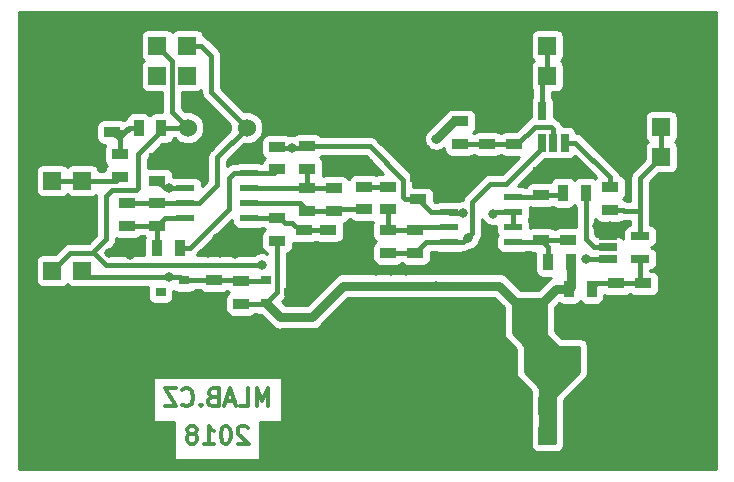
<source format=gbr>
G04 #@! TF.GenerationSoftware,KiCad,Pcbnew,(2018-02-10 revision a04965c36)-makepkg*
G04 #@! TF.CreationDate,2018-07-08T19:23:27+02:00*
G04 #@! TF.ProjectId,PCRD04A,504352443034412E6B696361645F7063,REV*
G04 #@! TF.SameCoordinates,Original*
G04 #@! TF.FileFunction,Copper,L2,Bot,Signal*
G04 #@! TF.FilePolarity,Positive*
%FSLAX46Y46*%
G04 Gerber Fmt 4.6, Leading zero omitted, Abs format (unit mm)*
G04 Created by KiCad (PCBNEW (2018-02-10 revision a04965c36)-makepkg) date 07/08/18 19:23:27*
%MOMM*%
%LPD*%
G01*
G04 APERTURE LIST*
%ADD10C,0.300000*%
%ADD11C,1.524000*%
%ADD12R,2.550160X2.499360*%
%ADD13R,1.397000X0.889000*%
%ADD14R,0.889000X1.397000*%
%ADD15R,2.499360X1.800860*%
%ADD16R,1.524000X1.524000*%
%ADD17C,6.000000*%
%ADD18R,1.550000X0.600000*%
%ADD19R,0.650000X1.560000*%
%ADD20R,1.560000X0.650000*%
%ADD21R,0.900000X0.800000*%
%ADD22C,0.800000*%
%ADD23C,0.400000*%
%ADD24C,0.250000*%
%ADD25C,0.800000*%
%ADD26C,0.254000*%
G04 APERTURE END LIST*
D10*
X22101428Y6306428D02*
X22101428Y7806428D01*
X21601428Y6735000D01*
X21101428Y7806428D01*
X21101428Y6306428D01*
X19672857Y6306428D02*
X20387142Y6306428D01*
X20387142Y7806428D01*
X19244285Y6735000D02*
X18530000Y6735000D01*
X19387142Y6306428D02*
X18887142Y7806428D01*
X18387142Y6306428D01*
X17387142Y7092142D02*
X17172857Y7020714D01*
X17101428Y6949285D01*
X17030000Y6806428D01*
X17030000Y6592142D01*
X17101428Y6449285D01*
X17172857Y6377857D01*
X17315714Y6306428D01*
X17887142Y6306428D01*
X17887142Y7806428D01*
X17387142Y7806428D01*
X17244285Y7735000D01*
X17172857Y7663571D01*
X17101428Y7520714D01*
X17101428Y7377857D01*
X17172857Y7235000D01*
X17244285Y7163571D01*
X17387142Y7092142D01*
X17887142Y7092142D01*
X16387142Y6449285D02*
X16315714Y6377857D01*
X16387142Y6306428D01*
X16458571Y6377857D01*
X16387142Y6449285D01*
X16387142Y6306428D01*
X14815714Y6449285D02*
X14887142Y6377857D01*
X15101428Y6306428D01*
X15244285Y6306428D01*
X15458571Y6377857D01*
X15601428Y6520714D01*
X15672857Y6663571D01*
X15744285Y6949285D01*
X15744285Y7163571D01*
X15672857Y7449285D01*
X15601428Y7592142D01*
X15458571Y7735000D01*
X15244285Y7806428D01*
X15101428Y7806428D01*
X14887142Y7735000D01*
X14815714Y7663571D01*
X14315714Y7806428D02*
X13315714Y7806428D01*
X14315714Y6306428D01*
X13315714Y6306428D01*
X20351428Y4488571D02*
X20280000Y4560000D01*
X20137142Y4631428D01*
X19780000Y4631428D01*
X19637142Y4560000D01*
X19565714Y4488571D01*
X19494285Y4345714D01*
X19494285Y4202857D01*
X19565714Y3988571D01*
X20422857Y3131428D01*
X19494285Y3131428D01*
X18565714Y4631428D02*
X18422857Y4631428D01*
X18280000Y4560000D01*
X18208571Y4488571D01*
X18137142Y4345714D01*
X18065714Y4060000D01*
X18065714Y3702857D01*
X18137142Y3417142D01*
X18208571Y3274285D01*
X18280000Y3202857D01*
X18422857Y3131428D01*
X18565714Y3131428D01*
X18708571Y3202857D01*
X18780000Y3274285D01*
X18851428Y3417142D01*
X18922857Y3702857D01*
X18922857Y4060000D01*
X18851428Y4345714D01*
X18780000Y4488571D01*
X18708571Y4560000D01*
X18565714Y4631428D01*
X16637142Y3131428D02*
X17494285Y3131428D01*
X17065714Y3131428D02*
X17065714Y4631428D01*
X17208571Y4417142D01*
X17351428Y4274285D01*
X17494285Y4202857D01*
X15780000Y3988571D02*
X15922857Y4060000D01*
X15994285Y4131428D01*
X16065714Y4274285D01*
X16065714Y4345714D01*
X15994285Y4488571D01*
X15922857Y4560000D01*
X15780000Y4631428D01*
X15494285Y4631428D01*
X15351428Y4560000D01*
X15280000Y4488571D01*
X15208571Y4345714D01*
X15208571Y4274285D01*
X15280000Y4131428D01*
X15351428Y4060000D01*
X15494285Y3988571D01*
X15780000Y3988571D01*
X15922857Y3917142D01*
X15994285Y3845714D01*
X16065714Y3702857D01*
X16065714Y3417142D01*
X15994285Y3274285D01*
X15922857Y3202857D01*
X15780000Y3131428D01*
X15494285Y3131428D01*
X15351428Y3202857D01*
X15280000Y3274285D01*
X15208571Y3417142D01*
X15208571Y3702857D01*
X15280000Y3845714D01*
X15351428Y3917142D01*
X15494285Y3988571D01*
D11*
X15280000Y29885000D03*
X20280000Y29885000D03*
D12*
X39131240Y13970000D03*
X44180760Y13970000D03*
D13*
X12700000Y27305000D03*
X12700000Y25400000D03*
D14*
X42227500Y10160000D03*
X44132500Y10160000D03*
D13*
X12700000Y23495000D03*
X12700000Y21590000D03*
X27178000Y21209000D03*
X27178000Y19304000D03*
X47498000Y20383500D03*
X47498000Y22288500D03*
X40640000Y30416500D03*
X40640000Y28511500D03*
X51562000Y16700500D03*
X51562000Y14795500D03*
D14*
X14605000Y19685000D03*
X12700000Y19685000D03*
D13*
X25146000Y19304000D03*
X25146000Y21209000D03*
X45212000Y22288500D03*
X45212000Y20383500D03*
X42926000Y28511500D03*
X42926000Y30416500D03*
X53848000Y14795500D03*
X53848000Y16700500D03*
X27686000Y22860000D03*
X27686000Y24765000D03*
X30226000Y24892000D03*
X30226000Y22987000D03*
X34798000Y23812500D03*
X34798000Y25717500D03*
X34544000Y19304000D03*
X34544000Y21209000D03*
X45212000Y24193500D03*
X45212000Y26098500D03*
D15*
X51274980Y10414000D03*
X47277020Y10414000D03*
D16*
X43180000Y3810000D03*
X43180000Y6350000D03*
X45720000Y3810000D03*
X45720000Y6350000D03*
X48260000Y3810000D03*
X48260000Y6350000D03*
X52832000Y29972000D03*
X52832000Y27432000D03*
X55372000Y27432000D03*
X55372000Y29972000D03*
X57912000Y29972000D03*
X57912000Y27432000D03*
X48260000Y36830000D03*
X48260000Y34290000D03*
X45720000Y34290000D03*
X45720000Y36830000D03*
X43180000Y34290000D03*
X43180000Y36830000D03*
D17*
X5080000Y35560000D03*
X55880000Y35560000D03*
X55880000Y5080000D03*
X5080000Y5080000D03*
D13*
X9525000Y25717500D03*
X9525000Y27622500D03*
X22860000Y20320000D03*
X22860000Y22225000D03*
D14*
X45783500Y18542000D03*
X47688500Y18542000D03*
D13*
X38354000Y28511500D03*
X38354000Y30416500D03*
D14*
X47561500Y16256000D03*
X49466500Y16256000D03*
D13*
X10160000Y21590000D03*
X10160000Y23495000D03*
X22860000Y26352500D03*
X22860000Y28257500D03*
X25400000Y28321000D03*
X25400000Y26416000D03*
X25400000Y24765000D03*
X25400000Y22860000D03*
X32258000Y24892000D03*
X32258000Y22987000D03*
X32258000Y21209000D03*
X32258000Y19304000D03*
X51054000Y22923500D03*
X51054000Y24828500D03*
D14*
X48958500Y24384000D03*
X47053500Y24384000D03*
D18*
X20480000Y22225000D03*
X20480000Y23495000D03*
X20480000Y24765000D03*
X20480000Y26035000D03*
X15080000Y26035000D03*
X15080000Y24765000D03*
X15080000Y23495000D03*
X15080000Y22225000D03*
X37432000Y20193000D03*
X37432000Y21463000D03*
X37432000Y22733000D03*
X37432000Y24003000D03*
X42832000Y24003000D03*
X42832000Y22733000D03*
X42832000Y21463000D03*
X42832000Y20193000D03*
D19*
X47178000Y28622000D03*
X46228000Y28622000D03*
X45278000Y28622000D03*
X45278000Y31322000D03*
X47178000Y31322000D03*
D20*
X53594000Y18796000D03*
X53594000Y20696000D03*
X50894000Y20696000D03*
X50894000Y19746000D03*
X50894000Y18796000D03*
D13*
X8890000Y29527500D03*
X8890000Y31432500D03*
X17526000Y16954500D03*
X17526000Y15049500D03*
D14*
X13017500Y29845000D03*
X11112500Y29845000D03*
D13*
X19812000Y14986000D03*
X19812000Y16891000D03*
D21*
X23876000Y16002000D03*
X21876000Y16952000D03*
X21876000Y15052000D03*
X14970000Y16952000D03*
X14970000Y15052000D03*
X12970000Y16002000D03*
D16*
X3810000Y27940000D03*
X6350000Y27940000D03*
X3810000Y25400000D03*
X6350000Y25400000D03*
X3810000Y22860000D03*
X6350000Y22860000D03*
X6350000Y17780000D03*
X3810000Y17780000D03*
D17*
X35560000Y35560000D03*
X35560000Y5080000D03*
D16*
X12700000Y36830000D03*
X15240000Y36830000D03*
X12700000Y34290000D03*
X15240000Y34290000D03*
D22*
X28194000Y26924000D03*
X29464000Y26924000D03*
X30607000Y26924000D03*
X34036000Y27559000D03*
X33147000Y28448000D03*
X38354000Y26670000D03*
X40005000Y26670000D03*
X42037000Y26670000D03*
X50927000Y28448000D03*
X50038000Y29337000D03*
X49149000Y30099000D03*
X48260000Y30480000D03*
X48260000Y31496000D03*
X48260000Y32512000D03*
X43815000Y32385000D03*
X42672000Y32385000D03*
X41656000Y32385000D03*
X40640000Y32512000D03*
X40259000Y11430000D03*
X40259000Y10414000D03*
X39116000Y10414000D03*
X37973000Y10414000D03*
X37973000Y11430000D03*
X39116000Y11430000D03*
X54102000Y12827000D03*
X52832000Y12827000D03*
X51562000Y12827000D03*
X50165000Y12700000D03*
X30099000Y20574000D03*
X30099000Y19304000D03*
X17780000Y20574000D03*
X19558000Y20574000D03*
X21209000Y20574000D03*
X20574000Y19685000D03*
X19304000Y19177000D03*
X18034000Y19304000D03*
X17018000Y19304000D03*
X13335000Y13462000D03*
X14605000Y13462000D03*
X15875000Y13462000D03*
X17018000Y13462000D03*
X18034000Y13462000D03*
X10414000Y19088000D03*
X8636000Y19304000D03*
X11049000Y19812000D03*
X9906000Y19812000D03*
X51054000Y21590000D03*
X49911000Y21590000D03*
X48895000Y26035000D03*
X48260000Y26924000D03*
X47879000Y25908000D03*
X47117000Y26797000D03*
X46228000Y22352000D03*
X38100000Y17907000D03*
X38100000Y18796000D03*
X33782000Y17780000D03*
X32512000Y17780000D03*
X31242000Y17780000D03*
X30099000Y18034000D03*
X38227000Y25273000D03*
X37322000Y25273000D03*
X16637000Y28321000D03*
X15367000Y27686000D03*
X14224000Y28194000D03*
X8763000Y32385000D03*
X10287000Y32385000D03*
X36322000Y16510000D03*
X36322000Y28956000D03*
X38988000Y20574000D03*
X49022000Y18796000D03*
X41148000Y22606000D03*
X13716000Y17272000D03*
X38570000Y22699727D03*
X24130000Y28194000D03*
X13716000Y24765000D03*
X21590000Y18288000D03*
D23*
X30607000Y26924000D02*
X29464000Y26924000D01*
X34036000Y27559000D02*
X33147000Y28448000D01*
X34798000Y26797000D02*
X34036000Y27559000D01*
X34798000Y25717500D02*
X34798000Y26797000D01*
X36849000Y26670000D02*
X38354000Y26670000D01*
X40005000Y26670000D02*
X38354000Y26670000D01*
X40005000Y26670000D02*
X42037000Y26670000D01*
X35896500Y25717500D02*
X36849000Y26670000D01*
X34798000Y25717500D02*
X35896500Y25717500D01*
X49276000Y30099000D02*
X50038000Y29337000D01*
X49149000Y30099000D02*
X49276000Y30099000D01*
X48260000Y31496000D02*
X48260000Y30480000D01*
X48260000Y34290000D02*
X48260000Y32512000D01*
X41656000Y32385000D02*
X42672000Y32385000D01*
X40640000Y30416500D02*
X40640000Y32512000D01*
X39116000Y10414000D02*
X40259000Y10414000D01*
X37973000Y11430000D02*
X37973000Y10414000D01*
X39131240Y11445240D02*
X39116000Y11430000D01*
X39131240Y13970000D02*
X39131240Y11445240D01*
X51562000Y12827000D02*
X52832000Y12827000D01*
X51274980Y11590020D02*
X50165000Y12700000D01*
X51274980Y10414000D02*
X51274980Y11590020D01*
X30099000Y18034000D02*
X30099000Y19304000D01*
X21209000Y20574000D02*
X19558000Y20574000D01*
X20066000Y19177000D02*
X20574000Y19685000D01*
X19304000Y19177000D02*
X20066000Y19177000D01*
X17018000Y19304000D02*
X18034000Y19304000D01*
X14039315Y13462000D02*
X13335000Y13462000D01*
X14605000Y13462000D02*
X14039315Y13462000D01*
X17018000Y13462000D02*
X15875000Y13462000D01*
X17526000Y13970000D02*
X18034000Y13462000D01*
X17526000Y15049500D02*
X17526000Y13970000D01*
X10198000Y19304000D02*
X10414000Y19088000D01*
X8636000Y19304000D02*
X10198000Y19304000D01*
X9906000Y19812000D02*
X11049000Y19812000D01*
D24*
X50805000Y20696000D02*
X49911000Y21590000D01*
X50894000Y20696000D02*
X50805000Y20696000D01*
X47879000Y26543000D02*
X48260000Y26924000D01*
X47879000Y25908000D02*
X47879000Y26543000D01*
X46418500Y26098500D02*
X47117000Y26797000D01*
X45212000Y26098500D02*
X46418500Y26098500D01*
X46291500Y22288500D02*
X46228000Y22352000D01*
X47498000Y22288500D02*
X46291500Y22288500D01*
X37084000Y17780000D02*
X38100000Y18796000D01*
X33782000Y17780000D02*
X37084000Y17780000D01*
X31242000Y17780000D02*
X32512000Y17780000D01*
X28829000Y19304000D02*
X30099000Y18034000D01*
X27178000Y19304000D02*
X28829000Y19304000D01*
X37432000Y25163000D02*
X37322000Y25273000D01*
X37432000Y24003000D02*
X37432000Y25163000D01*
X16002000Y27686000D02*
X16637000Y28321000D01*
X15367000Y27686000D02*
X16002000Y27686000D01*
X13335000Y27305000D02*
X14224000Y28194000D01*
X12700000Y27305000D02*
X13335000Y27305000D01*
X9334500Y31432500D02*
X10287000Y32385000D01*
X8890000Y31432500D02*
X9334500Y31432500D01*
D25*
X36322000Y16510000D02*
X28448000Y16510000D01*
X41656000Y16510000D02*
X36322000Y16510000D01*
X37782500Y30416500D02*
X36322000Y28956000D01*
X38354000Y30416500D02*
X37782500Y30416500D01*
X28448000Y16510000D02*
X25790000Y13852000D01*
X25790000Y13852000D02*
X23126000Y13852000D01*
X23126000Y13852000D02*
X21926000Y15052000D01*
X21926000Y15052000D02*
X21876000Y15052000D01*
X42164000Y16002000D02*
X41656000Y16510000D01*
X44180760Y13985240D02*
X42164000Y16002000D01*
X44180760Y13970000D02*
X44180760Y13985240D01*
X47561500Y16256000D02*
X46492160Y16256000D01*
X46492160Y16256000D02*
X44206160Y13970000D01*
X44206160Y13970000D02*
X44180760Y13970000D01*
X47688500Y18542000D02*
X47688500Y16383000D01*
X47688500Y16383000D02*
X47561500Y16256000D01*
D23*
X21926000Y15052000D02*
X22860000Y15986000D01*
X22860000Y15986000D02*
X22860000Y19475500D01*
X22860000Y19475500D02*
X22860000Y20320000D01*
X19812000Y14986000D02*
X21810000Y14986000D01*
X21810000Y14986000D02*
X21876000Y15052000D01*
X12700000Y21590000D02*
X12700000Y19685000D01*
X15080000Y22225000D02*
X13335000Y22225000D01*
X13335000Y22225000D02*
X12700000Y21590000D01*
X10160000Y21590000D02*
X12700000Y21590000D01*
X25146000Y21209000D02*
X27178000Y21209000D01*
X22860000Y22225000D02*
X23114000Y22225000D01*
X23114000Y22225000D02*
X23495000Y21844000D01*
X23495000Y21844000D02*
X24130000Y21844000D01*
X24765000Y21209000D02*
X24130000Y21844000D01*
X25146000Y21209000D02*
X24765000Y21209000D01*
X20480000Y22225000D02*
X22860000Y22225000D01*
X45783500Y18542000D02*
X45783500Y19812000D01*
X45783500Y19812000D02*
X45212000Y20383500D01*
X45212000Y20383500D02*
X47498000Y20383500D01*
X42832000Y20193000D02*
X45021500Y20193000D01*
X45021500Y20193000D02*
X45212000Y20383500D01*
X46228000Y28622000D02*
X46228000Y29802000D01*
X46228000Y29802000D02*
X46058000Y29972000D01*
X44640500Y29972000D02*
X46058000Y29972000D01*
X42926000Y28511500D02*
X43180000Y28511500D01*
X43180000Y28511500D02*
X44640500Y29972000D01*
X40640000Y28511500D02*
X42926000Y28511500D01*
X38354000Y28511500D02*
X40640000Y28511500D01*
X51562000Y16700500D02*
X49911000Y16700500D01*
X49911000Y16700500D02*
X49466500Y16256000D01*
X51562000Y16700500D02*
X53848000Y16700500D01*
X53594000Y18796000D02*
X53594000Y16954500D01*
X53594000Y16954500D02*
X53848000Y16700500D01*
X18796000Y25654000D02*
X19177000Y26035000D01*
X19177000Y26035000D02*
X20480000Y26035000D01*
X18796000Y23031500D02*
X18796000Y25654000D01*
X14605000Y19685000D02*
X15449500Y19685000D01*
X15449500Y19685000D02*
X18796000Y23031500D01*
X20480000Y26035000D02*
X22542500Y26035000D01*
X22542500Y26035000D02*
X22860000Y26352500D01*
X20480000Y23495000D02*
X24765000Y23495000D01*
X24765000Y23495000D02*
X25400000Y22860000D01*
X27686000Y22860000D02*
X25400000Y22860000D01*
X30226000Y22987000D02*
X27813000Y22987000D01*
X27813000Y22987000D02*
X27686000Y22860000D01*
X25400000Y24765000D02*
X27686000Y24765000D01*
X25400000Y24765000D02*
X25400000Y26416000D01*
X20480000Y24765000D02*
X25400000Y24765000D01*
X30226000Y24892000D02*
X32258000Y24892000D01*
X38988000Y20574000D02*
X39370000Y20956000D01*
X38607000Y20193000D02*
X38988000Y20574000D01*
X50894000Y18796000D02*
X49022000Y18796000D01*
X42257000Y25146000D02*
X45278000Y28167000D01*
X40894000Y25146000D02*
X42257000Y25146000D01*
X39370000Y23622000D02*
X40894000Y25146000D01*
X39370000Y20956000D02*
X39370000Y23622000D01*
X37432000Y20193000D02*
X38607000Y20193000D01*
X45278000Y28167000D02*
X45278000Y28622000D01*
X32258000Y19304000D02*
X34544000Y19304000D01*
X37432000Y20193000D02*
X35433000Y20193000D01*
X35433000Y20193000D02*
X34544000Y19304000D01*
X37432000Y21463000D02*
X34798000Y21463000D01*
X34798000Y21463000D02*
X34544000Y21209000D01*
X32258000Y21209000D02*
X34544000Y21209000D01*
X32258000Y22987000D02*
X32258000Y21209000D01*
X45212000Y24193500D02*
X46863000Y24193500D01*
X46863000Y24193500D02*
X47053500Y24384000D01*
X42832000Y24003000D02*
X45021500Y24003000D01*
X45021500Y24003000D02*
X45212000Y24193500D01*
X55372000Y27432000D02*
X55372000Y29972000D01*
X53594000Y22860000D02*
X53594000Y25654000D01*
X53594000Y20696000D02*
X53594000Y22860000D01*
X51054000Y22923500D02*
X52152500Y22923500D01*
X52152500Y22923500D02*
X52216000Y22860000D01*
X52216000Y22860000D02*
X53594000Y22860000D01*
X53594000Y25654000D02*
X55372000Y27432000D01*
X45720000Y34290000D02*
X45720000Y36830000D01*
X45278000Y31322000D02*
X45278000Y33848000D01*
X45278000Y33848000D02*
X45720000Y34290000D01*
X41275000Y22733000D02*
X41148000Y22606000D01*
X42832000Y22733000D02*
X41275000Y22733000D01*
X42832000Y21463000D02*
X42832000Y22733000D01*
X51054000Y24828500D02*
X51054000Y25673000D01*
X51054000Y25673000D02*
X48105000Y28622000D01*
X48105000Y28622000D02*
X47903000Y28622000D01*
X47903000Y28622000D02*
X47178000Y28622000D01*
X50894000Y19746000D02*
X49714000Y19746000D01*
X49714000Y19746000D02*
X48958500Y20501500D01*
X48958500Y20501500D02*
X48958500Y23285500D01*
X48958500Y23285500D02*
X48958500Y24384000D01*
X9525000Y27622500D02*
X9525000Y28448000D01*
X9525000Y28448000D02*
X9525000Y28892500D01*
X10268000Y29845000D02*
X10160000Y29737000D01*
X9525000Y28448000D02*
X9525000Y29102000D01*
X9525000Y29102000D02*
X10160000Y29737000D01*
X8890000Y29527500D02*
X9988500Y29527500D01*
X9988500Y29527500D02*
X10268000Y29807000D01*
X10268000Y29807000D02*
X10268000Y29845000D01*
X11112500Y29845000D02*
X10268000Y29845000D01*
X9525000Y29102000D02*
X9525000Y28892500D01*
X9525000Y28892500D02*
X8890000Y29527500D01*
X6350000Y25400000D02*
X9207500Y25400000D01*
X9207500Y25400000D02*
X9525000Y25717500D01*
X3810000Y25400000D02*
X6350000Y25400000D01*
X17272000Y35960000D02*
X17272000Y32893000D01*
X17272000Y32893000D02*
X20280000Y29885000D01*
X15240000Y36830000D02*
X16402001Y36829999D01*
X16402001Y36829999D02*
X17272000Y35960000D01*
X12700000Y23495000D02*
X10160000Y23495000D01*
X15080000Y23495000D02*
X12700000Y23495000D01*
X17780000Y25020000D02*
X17780000Y27385000D01*
X17780000Y27385000D02*
X20280000Y29885000D01*
X15080000Y23495000D02*
X16255000Y23495000D01*
X16255000Y23495000D02*
X17780000Y25020000D01*
X13716000Y17272000D02*
X6858000Y17272000D01*
X6858000Y17272000D02*
X6350000Y17780000D01*
X13716000Y17272000D02*
X14650000Y17272000D01*
X14650000Y17272000D02*
X14970000Y16952000D01*
X33528000Y23984000D02*
X33528000Y25485002D01*
X33528000Y25485002D02*
X30692002Y28321000D01*
X30692002Y28321000D02*
X26498500Y28321000D01*
X26498500Y28321000D02*
X25400000Y28321000D01*
X34798000Y23812500D02*
X33699500Y23812500D01*
X33699500Y23812500D02*
X33528000Y23984000D01*
X37432000Y22733000D02*
X35877500Y22733000D01*
X35877500Y22733000D02*
X34798000Y23812500D01*
X38570000Y22699727D02*
X37465273Y22699727D01*
X37465273Y22699727D02*
X37432000Y22733000D01*
X19812000Y16891000D02*
X21815000Y16891000D01*
X21815000Y16891000D02*
X21876000Y16952000D01*
X17526000Y16954500D02*
X19748500Y16954500D01*
X19748500Y16954500D02*
X19812000Y16891000D01*
X14970000Y16952000D02*
X17523500Y16952000D01*
X17523500Y16952000D02*
X17526000Y16954500D01*
X24130000Y28194000D02*
X25273000Y28194000D01*
X25273000Y28194000D02*
X25400000Y28321000D01*
X24130000Y28194000D02*
X22923500Y28194000D01*
X22923500Y28194000D02*
X22860000Y28257500D01*
X13716000Y24765000D02*
X13335000Y24765000D01*
X15080000Y24765000D02*
X13716000Y24765000D01*
X13335000Y24765000D02*
X12700000Y25400000D01*
X11049000Y24765000D02*
X11049000Y27622500D01*
X11049000Y27622500D02*
X13017500Y29591000D01*
X13017500Y29591000D02*
X13017500Y29845000D01*
X8890000Y24638000D02*
X10922000Y24638000D01*
X10922000Y24638000D02*
X11049000Y24765000D01*
X8382000Y24130000D02*
X8890000Y24638000D01*
X8382000Y20447000D02*
X8382000Y24130000D01*
X7366000Y19431000D02*
X8382000Y20447000D01*
X7366000Y19304000D02*
X7366000Y19431000D01*
X21590000Y18288000D02*
X8382000Y18288000D01*
X8382000Y18288000D02*
X7366000Y19304000D01*
X7366000Y19304000D02*
X5334000Y19304000D01*
X5334000Y19304000D02*
X3810000Y17780000D01*
X13970000Y35560000D02*
X13970000Y31195000D01*
X12700000Y36830000D02*
X13970000Y35560000D01*
X13970000Y31195000D02*
X15280000Y29885000D01*
X13017500Y29845000D02*
X15240000Y29845000D01*
X15240000Y29845000D02*
X15280000Y29885000D01*
D26*
G36*
X45593000Y12446000D02*
X45602667Y12397399D01*
X45630197Y12356197D01*
X46646197Y11340197D01*
X46687399Y11312667D01*
X46736000Y11303000D01*
X48387000Y11303000D01*
X48387000Y9196606D01*
X46392197Y7201803D01*
X46364667Y7160601D01*
X46355000Y7112000D01*
X46355000Y3175000D01*
X45085000Y3175000D01*
X45085000Y7874000D01*
X45075333Y7922601D01*
X45047803Y7963803D01*
X43815000Y9196606D01*
X43815000Y11430000D01*
X43805333Y11478601D01*
X43777803Y11519803D01*
X42799000Y12498606D01*
X42799000Y15367000D01*
X45593000Y15367000D01*
X45593000Y12446000D01*
X45593000Y12446000D01*
G37*
X45593000Y12446000D02*
X45602667Y12397399D01*
X45630197Y12356197D01*
X46646197Y11340197D01*
X46687399Y11312667D01*
X46736000Y11303000D01*
X48387000Y11303000D01*
X48387000Y9196606D01*
X46392197Y7201803D01*
X46364667Y7160601D01*
X46355000Y7112000D01*
X46355000Y3175000D01*
X45085000Y3175000D01*
X45085000Y7874000D01*
X45075333Y7922601D01*
X45047803Y7963803D01*
X43815000Y9196606D01*
X43815000Y11430000D01*
X43805333Y11478601D01*
X43777803Y11519803D01*
X42799000Y12498606D01*
X42799000Y15367000D01*
X45593000Y15367000D01*
X45593000Y12446000D01*
G36*
X59971000Y989000D02*
X989000Y989000D01*
X989000Y8775000D01*
X12316429Y8775000D01*
X12316429Y4955000D01*
X14137857Y4955000D01*
X14137857Y1780000D01*
X21422143Y1780000D01*
X21422143Y4955000D01*
X23243572Y4955000D01*
X23243572Y8775000D01*
X12316429Y8775000D01*
X989000Y8775000D01*
X989000Y26162000D01*
X2400560Y26162000D01*
X2400560Y24638000D01*
X2449843Y24390235D01*
X2590191Y24180191D01*
X2800235Y24039843D01*
X3048000Y23990560D01*
X4572000Y23990560D01*
X4819765Y24039843D01*
X5029809Y24180191D01*
X5080000Y24255307D01*
X5130191Y24180191D01*
X5340235Y24039843D01*
X5588000Y23990560D01*
X7112000Y23990560D01*
X7359765Y24039843D01*
X7536153Y24157703D01*
X7530643Y24130000D01*
X7547001Y24047762D01*
X7547000Y20792868D01*
X6893133Y20139000D01*
X5416232Y20139000D01*
X5333999Y20155357D01*
X5251766Y20139000D01*
X5251763Y20139000D01*
X5025528Y20093999D01*
X5008199Y20090552D01*
X4817728Y19963283D01*
X4731999Y19906001D01*
X4685416Y19836285D01*
X4038572Y19189440D01*
X3048000Y19189440D01*
X2800235Y19140157D01*
X2590191Y18999809D01*
X2449843Y18789765D01*
X2400560Y18542000D01*
X2400560Y17018000D01*
X2449843Y16770235D01*
X2590191Y16560191D01*
X2800235Y16419843D01*
X3048000Y16370560D01*
X4572000Y16370560D01*
X4819765Y16419843D01*
X5029809Y16560191D01*
X5080000Y16635307D01*
X5130191Y16560191D01*
X5340235Y16419843D01*
X5588000Y16370560D01*
X7112000Y16370560D01*
X7359765Y16419843D01*
X7385442Y16437000D01*
X11879522Y16437000D01*
X11872560Y16402000D01*
X11872560Y15602000D01*
X11921843Y15354235D01*
X12062191Y15144191D01*
X12272235Y15003843D01*
X12520000Y14954560D01*
X13420000Y14954560D01*
X13667765Y15003843D01*
X13877809Y15144191D01*
X14018157Y15354235D01*
X14067440Y15602000D01*
X14067440Y16090684D01*
X14272235Y15953843D01*
X14520000Y15904560D01*
X15420000Y15904560D01*
X15667765Y15953843D01*
X15877809Y16094191D01*
X15893050Y16117000D01*
X16326387Y16117000D01*
X16369691Y16052191D01*
X16579735Y15911843D01*
X16827500Y15862560D01*
X18224500Y15862560D01*
X18472265Y15911843D01*
X18634574Y16020295D01*
X18655691Y15988691D01*
X18730807Y15938500D01*
X18655691Y15888309D01*
X18515343Y15678265D01*
X18466060Y15430500D01*
X18466060Y14541500D01*
X18515343Y14293735D01*
X18655691Y14083691D01*
X18865735Y13943343D01*
X19113500Y13894060D01*
X20510500Y13894060D01*
X20758265Y13943343D01*
X20968309Y14083691D01*
X21013284Y14151000D01*
X21032830Y14151000D01*
X21178235Y14053843D01*
X21426000Y14004560D01*
X21509730Y14004560D01*
X22322065Y13192224D01*
X22379807Y13105807D01*
X22466223Y13048066D01*
X22722163Y12877052D01*
X23125999Y12796724D01*
X23227934Y12817000D01*
X25688066Y12817000D01*
X25790000Y12796724D01*
X25891934Y12817000D01*
X25891935Y12817000D01*
X26193837Y12877052D01*
X26536193Y13105807D01*
X26593937Y13192227D01*
X28876711Y15475000D01*
X41227290Y15475000D01*
X42037000Y14665290D01*
X42037000Y12446000D01*
X42085336Y12202996D01*
X42222987Y11996987D01*
X43053000Y11166974D01*
X43053000Y10921041D01*
X43040560Y10858500D01*
X43040560Y9461500D01*
X43053000Y9398959D01*
X43053000Y9144000D01*
X43101336Y8900996D01*
X43238987Y8694987D01*
X44323000Y7610974D01*
X44323000Y7174541D01*
X44310560Y7112000D01*
X44310560Y5588000D01*
X44323000Y5525459D01*
X44323000Y4634541D01*
X44310560Y4572000D01*
X44310560Y3048000D01*
X44359843Y2800235D01*
X44500191Y2590191D01*
X44710235Y2449843D01*
X44958000Y2400560D01*
X46482000Y2400560D01*
X46729765Y2449843D01*
X46939809Y2590191D01*
X47080157Y2800235D01*
X47129440Y3048000D01*
X47129440Y4572000D01*
X47117000Y4634541D01*
X47117000Y5525459D01*
X47129440Y5588000D01*
X47129440Y6861414D01*
X48963013Y8694987D01*
X49100664Y8900996D01*
X49149000Y9144000D01*
X49149000Y9387181D01*
X49174140Y9513570D01*
X49174140Y11314430D01*
X49124857Y11562195D01*
X49121793Y11566781D01*
X49100664Y11673004D01*
X48963013Y11879013D01*
X48757004Y12016664D01*
X48514000Y12065000D01*
X46999026Y12065000D01*
X46355000Y12709026D01*
X46355000Y14655129D01*
X46743337Y15043466D01*
X46869235Y14959343D01*
X47117000Y14910060D01*
X48006000Y14910060D01*
X48253765Y14959343D01*
X48463809Y15099691D01*
X48514000Y15174807D01*
X48564191Y15099691D01*
X48774235Y14959343D01*
X49022000Y14910060D01*
X49911000Y14910060D01*
X50158765Y14959343D01*
X50368809Y15099691D01*
X50509157Y15309735D01*
X50558440Y15557500D01*
X50558440Y15696127D01*
X50615735Y15657843D01*
X50863500Y15608560D01*
X52260500Y15608560D01*
X52508265Y15657843D01*
X52705000Y15789298D01*
X52901735Y15657843D01*
X53149500Y15608560D01*
X54546500Y15608560D01*
X54794265Y15657843D01*
X55004309Y15798191D01*
X55144657Y16008235D01*
X55193940Y16256000D01*
X55193940Y17145000D01*
X55144657Y17392765D01*
X55004309Y17602809D01*
X54794265Y17743157D01*
X54546500Y17792440D01*
X54429000Y17792440D01*
X54429000Y17834500D01*
X54621765Y17872843D01*
X54831809Y18013191D01*
X54972157Y18223235D01*
X55021440Y18471000D01*
X55021440Y19121000D01*
X54972157Y19368765D01*
X54831809Y19578809D01*
X54621765Y19719157D01*
X54486815Y19746000D01*
X54621765Y19772843D01*
X54831809Y19913191D01*
X54972157Y20123235D01*
X55021440Y20371000D01*
X55021440Y21021000D01*
X54972157Y21268765D01*
X54831809Y21478809D01*
X54621765Y21619157D01*
X54429000Y21657500D01*
X54429000Y22777764D01*
X54445358Y22860000D01*
X54429000Y22942237D01*
X54429000Y25308133D01*
X55143428Y26022560D01*
X56134000Y26022560D01*
X56381765Y26071843D01*
X56591809Y26212191D01*
X56732157Y26422235D01*
X56781440Y26670000D01*
X56781440Y28194000D01*
X56732157Y28441765D01*
X56591809Y28651809D01*
X56516693Y28702000D01*
X56591809Y28752191D01*
X56732157Y28962235D01*
X56781440Y29210000D01*
X56781440Y30734000D01*
X56732157Y30981765D01*
X56591809Y31191809D01*
X56381765Y31332157D01*
X56134000Y31381440D01*
X54610000Y31381440D01*
X54362235Y31332157D01*
X54152191Y31191809D01*
X54011843Y30981765D01*
X53962560Y30734000D01*
X53962560Y29210000D01*
X54011843Y28962235D01*
X54152191Y28752191D01*
X54227307Y28702000D01*
X54152191Y28651809D01*
X54011843Y28441765D01*
X53962560Y28194000D01*
X53962560Y27203428D01*
X53061718Y26302585D01*
X52992000Y26256001D01*
X52945416Y26186283D01*
X52807448Y25979800D01*
X52742643Y25654000D01*
X52759001Y25571762D01*
X52759000Y23695000D01*
X52500828Y23695000D01*
X52478301Y23710052D01*
X52258433Y23753787D01*
X52210309Y23825809D01*
X52135193Y23876000D01*
X52210309Y23926191D01*
X52350657Y24136235D01*
X52399940Y24384000D01*
X52399940Y25273000D01*
X52350657Y25520765D01*
X52210309Y25730809D01*
X52000265Y25871157D01*
X51860408Y25898976D01*
X51840552Y25998801D01*
X51715280Y26186283D01*
X51656001Y26275001D01*
X51586283Y26321585D01*
X48753587Y29154280D01*
X48707001Y29224001D01*
X48430801Y29408552D01*
X48187237Y29457000D01*
X48187233Y29457000D01*
X48137534Y29466886D01*
X48101157Y29649765D01*
X47960809Y29859809D01*
X47750765Y30000157D01*
X47503000Y30049440D01*
X47030139Y30049440D01*
X47014552Y30127801D01*
X46830001Y30404001D01*
X46760281Y30450586D01*
X46706586Y30504281D01*
X46660001Y30574001D01*
X46383801Y30758552D01*
X46250440Y30785079D01*
X46250440Y32102000D01*
X46201157Y32349765D01*
X46113000Y32481700D01*
X46113000Y32880560D01*
X46482000Y32880560D01*
X46729765Y32929843D01*
X46939809Y33070191D01*
X47080157Y33280235D01*
X47129440Y33528000D01*
X47129440Y35052000D01*
X47080157Y35299765D01*
X46939809Y35509809D01*
X46864693Y35560000D01*
X46939809Y35610191D01*
X47080157Y35820235D01*
X47129440Y36068000D01*
X47129440Y37592000D01*
X47080157Y37839765D01*
X46939809Y38049809D01*
X46729765Y38190157D01*
X46482000Y38239440D01*
X44958000Y38239440D01*
X44710235Y38190157D01*
X44500191Y38049809D01*
X44359843Y37839765D01*
X44310560Y37592000D01*
X44310560Y36068000D01*
X44359843Y35820235D01*
X44500191Y35610191D01*
X44575307Y35560000D01*
X44500191Y35509809D01*
X44359843Y35299765D01*
X44310560Y35052000D01*
X44310560Y33528000D01*
X44359843Y33280235D01*
X44443001Y33155782D01*
X44443000Y32481701D01*
X44354843Y32349765D01*
X44305560Y32102000D01*
X44305560Y30752446D01*
X44038499Y30574001D01*
X43991915Y30504282D01*
X43091073Y29603440D01*
X42227500Y29603440D01*
X41979735Y29554157D01*
X41783000Y29422702D01*
X41586265Y29554157D01*
X41338500Y29603440D01*
X39941500Y29603440D01*
X39693735Y29554157D01*
X39497000Y29422702D01*
X39435193Y29464000D01*
X39510309Y29514191D01*
X39650657Y29724235D01*
X39699940Y29972000D01*
X39699940Y30861000D01*
X39650657Y31108765D01*
X39510309Y31318809D01*
X39300265Y31459157D01*
X39052500Y31508440D01*
X37655500Y31508440D01*
X37407735Y31459157D01*
X37197691Y31318809D01*
X37139408Y31231583D01*
X37036307Y31162693D01*
X36978565Y31076276D01*
X35444569Y29542280D01*
X35404792Y29446250D01*
X35347052Y29359836D01*
X35326776Y29257902D01*
X35287000Y29161874D01*
X35287000Y29057934D01*
X35266724Y28956000D01*
X35287000Y28854066D01*
X35287000Y28750126D01*
X35326776Y28654098D01*
X35347052Y28552164D01*
X35404792Y28465750D01*
X35444569Y28369720D01*
X35518069Y28296220D01*
X35575808Y28209808D01*
X35662220Y28152069D01*
X35735720Y28078569D01*
X35831750Y28038792D01*
X35918164Y27981052D01*
X36020098Y27960776D01*
X36116126Y27921000D01*
X36220066Y27921000D01*
X36322000Y27900724D01*
X36423934Y27921000D01*
X36527874Y27921000D01*
X36623902Y27960776D01*
X36725836Y27981052D01*
X36812250Y28038792D01*
X36908280Y28078569D01*
X37008060Y28178349D01*
X37008060Y28067000D01*
X37057343Y27819235D01*
X37197691Y27609191D01*
X37407735Y27468843D01*
X37655500Y27419560D01*
X39052500Y27419560D01*
X39300265Y27468843D01*
X39497000Y27600298D01*
X39693735Y27468843D01*
X39941500Y27419560D01*
X41338500Y27419560D01*
X41586265Y27468843D01*
X41783000Y27600298D01*
X41979735Y27468843D01*
X42227500Y27419560D01*
X43349692Y27419560D01*
X41911133Y25981000D01*
X40976232Y25981000D01*
X40893999Y25997357D01*
X40811766Y25981000D01*
X40811763Y25981000D01*
X40578782Y25934657D01*
X40568199Y25932552D01*
X40379627Y25806552D01*
X40291999Y25748001D01*
X40245416Y25678285D01*
X38837718Y24270585D01*
X38768000Y24224001D01*
X38721416Y24154283D01*
X38583448Y23947800D01*
X38541066Y23734727D01*
X38364126Y23734727D01*
X38224609Y23676937D01*
X38207000Y23680440D01*
X36657000Y23680440D01*
X36409235Y23631157D01*
X36314715Y23568000D01*
X36223368Y23568000D01*
X36143940Y23647428D01*
X36143940Y24257000D01*
X36094657Y24504765D01*
X35954309Y24714809D01*
X35744265Y24855157D01*
X35496500Y24904440D01*
X34363000Y24904440D01*
X34363000Y25402765D01*
X34379358Y25485002D01*
X34314552Y25810803D01*
X34241295Y25920440D01*
X34130001Y26087003D01*
X34060283Y26133587D01*
X31340589Y28853280D01*
X31294003Y28923001D01*
X31017803Y29107552D01*
X30774239Y29156000D01*
X30774235Y29156000D01*
X30692002Y29172357D01*
X30609769Y29156000D01*
X26601284Y29156000D01*
X26556309Y29223309D01*
X26346265Y29363657D01*
X26098500Y29412940D01*
X24701500Y29412940D01*
X24453735Y29363657D01*
X24252208Y29229000D01*
X23924126Y29229000D01*
X23917108Y29226093D01*
X23806265Y29300157D01*
X23558500Y29349440D01*
X22161500Y29349440D01*
X21913735Y29300157D01*
X21703691Y29159809D01*
X21563343Y28949765D01*
X21514060Y28702000D01*
X21514060Y27813000D01*
X21563343Y27565235D01*
X21703691Y27355191D01*
X21778807Y27305000D01*
X21703691Y27254809D01*
X21563343Y27044765D01*
X21536641Y26910522D01*
X21502765Y26933157D01*
X21255000Y26982440D01*
X19705000Y26982440D01*
X19457235Y26933157D01*
X19362715Y26870000D01*
X19259232Y26870000D01*
X19176999Y26886357D01*
X19094766Y26870000D01*
X19094763Y26870000D01*
X18851199Y26821552D01*
X18615000Y26663729D01*
X18615000Y27039133D01*
X20063868Y28488000D01*
X20557881Y28488000D01*
X21071337Y28700680D01*
X21464320Y29093663D01*
X21677000Y29607119D01*
X21677000Y30162881D01*
X21464320Y30676337D01*
X21071337Y31069320D01*
X20557881Y31282000D01*
X20063868Y31282000D01*
X18107000Y33238867D01*
X18107000Y35877768D01*
X18123357Y35960001D01*
X18107000Y36042236D01*
X18107000Y36042237D01*
X18058552Y36285801D01*
X18050590Y36297717D01*
X17920584Y36492285D01*
X17920583Y36492286D01*
X17874001Y36562001D01*
X17804286Y36608583D01*
X17050586Y37362281D01*
X17004002Y37431999D01*
X16727802Y37616550D01*
X16727803Y37616550D01*
X16727801Y37616551D01*
X16641127Y37633791D01*
X16600157Y37839765D01*
X16459809Y38049809D01*
X16249765Y38190157D01*
X16002000Y38239440D01*
X14478000Y38239440D01*
X14230235Y38190157D01*
X14020191Y38049809D01*
X13970000Y37974693D01*
X13919809Y38049809D01*
X13709765Y38190157D01*
X13462000Y38239440D01*
X11938000Y38239440D01*
X11690235Y38190157D01*
X11480191Y38049809D01*
X11339843Y37839765D01*
X11290560Y37592000D01*
X11290560Y36068000D01*
X11339843Y35820235D01*
X11480191Y35610191D01*
X11555307Y35560000D01*
X11480191Y35509809D01*
X11339843Y35299765D01*
X11290560Y35052000D01*
X11290560Y33528000D01*
X11339843Y33280235D01*
X11480191Y33070191D01*
X11690235Y32929843D01*
X11938000Y32880560D01*
X13135001Y32880560D01*
X13135001Y31277238D01*
X13118643Y31195000D01*
X13119451Y31190940D01*
X12573000Y31190940D01*
X12325235Y31141657D01*
X12115191Y31001309D01*
X12065000Y30926193D01*
X12014809Y31001309D01*
X11804765Y31141657D01*
X11557000Y31190940D01*
X10668000Y31190940D01*
X10420235Y31141657D01*
X10210191Y31001309D01*
X10069843Y30791265D01*
X10042024Y30651408D01*
X9942199Y30631552D01*
X9843290Y30565463D01*
X9836265Y30570157D01*
X9588500Y30619440D01*
X8191500Y30619440D01*
X7943735Y30570157D01*
X7733691Y30429809D01*
X7593343Y30219765D01*
X7544060Y29972000D01*
X7544060Y29083000D01*
X7593343Y28835235D01*
X7733691Y28625191D01*
X7943735Y28484843D01*
X8191500Y28435560D01*
X8309056Y28435560D01*
X8228343Y28314765D01*
X8179060Y28067000D01*
X8179060Y27178000D01*
X8228343Y26930235D01*
X8368691Y26720191D01*
X8443807Y26670000D01*
X8368691Y26619809D01*
X8228343Y26409765D01*
X8193580Y26235000D01*
X7744920Y26235000D01*
X7710157Y26409765D01*
X7569809Y26619809D01*
X7359765Y26760157D01*
X7112000Y26809440D01*
X5588000Y26809440D01*
X5340235Y26760157D01*
X5130191Y26619809D01*
X5080000Y26544693D01*
X5029809Y26619809D01*
X4819765Y26760157D01*
X4572000Y26809440D01*
X3048000Y26809440D01*
X2800235Y26760157D01*
X2590191Y26619809D01*
X2449843Y26409765D01*
X2400560Y26162000D01*
X989000Y26162000D01*
X989000Y39651000D01*
X59971001Y39651000D01*
X59971000Y989000D01*
X59971000Y989000D01*
G37*
X59971000Y989000D02*
X989000Y989000D01*
X989000Y8775000D01*
X12316429Y8775000D01*
X12316429Y4955000D01*
X14137857Y4955000D01*
X14137857Y1780000D01*
X21422143Y1780000D01*
X21422143Y4955000D01*
X23243572Y4955000D01*
X23243572Y8775000D01*
X12316429Y8775000D01*
X989000Y8775000D01*
X989000Y26162000D01*
X2400560Y26162000D01*
X2400560Y24638000D01*
X2449843Y24390235D01*
X2590191Y24180191D01*
X2800235Y24039843D01*
X3048000Y23990560D01*
X4572000Y23990560D01*
X4819765Y24039843D01*
X5029809Y24180191D01*
X5080000Y24255307D01*
X5130191Y24180191D01*
X5340235Y24039843D01*
X5588000Y23990560D01*
X7112000Y23990560D01*
X7359765Y24039843D01*
X7536153Y24157703D01*
X7530643Y24130000D01*
X7547001Y24047762D01*
X7547000Y20792868D01*
X6893133Y20139000D01*
X5416232Y20139000D01*
X5333999Y20155357D01*
X5251766Y20139000D01*
X5251763Y20139000D01*
X5025528Y20093999D01*
X5008199Y20090552D01*
X4817728Y19963283D01*
X4731999Y19906001D01*
X4685416Y19836285D01*
X4038572Y19189440D01*
X3048000Y19189440D01*
X2800235Y19140157D01*
X2590191Y18999809D01*
X2449843Y18789765D01*
X2400560Y18542000D01*
X2400560Y17018000D01*
X2449843Y16770235D01*
X2590191Y16560191D01*
X2800235Y16419843D01*
X3048000Y16370560D01*
X4572000Y16370560D01*
X4819765Y16419843D01*
X5029809Y16560191D01*
X5080000Y16635307D01*
X5130191Y16560191D01*
X5340235Y16419843D01*
X5588000Y16370560D01*
X7112000Y16370560D01*
X7359765Y16419843D01*
X7385442Y16437000D01*
X11879522Y16437000D01*
X11872560Y16402000D01*
X11872560Y15602000D01*
X11921843Y15354235D01*
X12062191Y15144191D01*
X12272235Y15003843D01*
X12520000Y14954560D01*
X13420000Y14954560D01*
X13667765Y15003843D01*
X13877809Y15144191D01*
X14018157Y15354235D01*
X14067440Y15602000D01*
X14067440Y16090684D01*
X14272235Y15953843D01*
X14520000Y15904560D01*
X15420000Y15904560D01*
X15667765Y15953843D01*
X15877809Y16094191D01*
X15893050Y16117000D01*
X16326387Y16117000D01*
X16369691Y16052191D01*
X16579735Y15911843D01*
X16827500Y15862560D01*
X18224500Y15862560D01*
X18472265Y15911843D01*
X18634574Y16020295D01*
X18655691Y15988691D01*
X18730807Y15938500D01*
X18655691Y15888309D01*
X18515343Y15678265D01*
X18466060Y15430500D01*
X18466060Y14541500D01*
X18515343Y14293735D01*
X18655691Y14083691D01*
X18865735Y13943343D01*
X19113500Y13894060D01*
X20510500Y13894060D01*
X20758265Y13943343D01*
X20968309Y14083691D01*
X21013284Y14151000D01*
X21032830Y14151000D01*
X21178235Y14053843D01*
X21426000Y14004560D01*
X21509730Y14004560D01*
X22322065Y13192224D01*
X22379807Y13105807D01*
X22466223Y13048066D01*
X22722163Y12877052D01*
X23125999Y12796724D01*
X23227934Y12817000D01*
X25688066Y12817000D01*
X25790000Y12796724D01*
X25891934Y12817000D01*
X25891935Y12817000D01*
X26193837Y12877052D01*
X26536193Y13105807D01*
X26593937Y13192227D01*
X28876711Y15475000D01*
X41227290Y15475000D01*
X42037000Y14665290D01*
X42037000Y12446000D01*
X42085336Y12202996D01*
X42222987Y11996987D01*
X43053000Y11166974D01*
X43053000Y10921041D01*
X43040560Y10858500D01*
X43040560Y9461500D01*
X43053000Y9398959D01*
X43053000Y9144000D01*
X43101336Y8900996D01*
X43238987Y8694987D01*
X44323000Y7610974D01*
X44323000Y7174541D01*
X44310560Y7112000D01*
X44310560Y5588000D01*
X44323000Y5525459D01*
X44323000Y4634541D01*
X44310560Y4572000D01*
X44310560Y3048000D01*
X44359843Y2800235D01*
X44500191Y2590191D01*
X44710235Y2449843D01*
X44958000Y2400560D01*
X46482000Y2400560D01*
X46729765Y2449843D01*
X46939809Y2590191D01*
X47080157Y2800235D01*
X47129440Y3048000D01*
X47129440Y4572000D01*
X47117000Y4634541D01*
X47117000Y5525459D01*
X47129440Y5588000D01*
X47129440Y6861414D01*
X48963013Y8694987D01*
X49100664Y8900996D01*
X49149000Y9144000D01*
X49149000Y9387181D01*
X49174140Y9513570D01*
X49174140Y11314430D01*
X49124857Y11562195D01*
X49121793Y11566781D01*
X49100664Y11673004D01*
X48963013Y11879013D01*
X48757004Y12016664D01*
X48514000Y12065000D01*
X46999026Y12065000D01*
X46355000Y12709026D01*
X46355000Y14655129D01*
X46743337Y15043466D01*
X46869235Y14959343D01*
X47117000Y14910060D01*
X48006000Y14910060D01*
X48253765Y14959343D01*
X48463809Y15099691D01*
X48514000Y15174807D01*
X48564191Y15099691D01*
X48774235Y14959343D01*
X49022000Y14910060D01*
X49911000Y14910060D01*
X50158765Y14959343D01*
X50368809Y15099691D01*
X50509157Y15309735D01*
X50558440Y15557500D01*
X50558440Y15696127D01*
X50615735Y15657843D01*
X50863500Y15608560D01*
X52260500Y15608560D01*
X52508265Y15657843D01*
X52705000Y15789298D01*
X52901735Y15657843D01*
X53149500Y15608560D01*
X54546500Y15608560D01*
X54794265Y15657843D01*
X55004309Y15798191D01*
X55144657Y16008235D01*
X55193940Y16256000D01*
X55193940Y17145000D01*
X55144657Y17392765D01*
X55004309Y17602809D01*
X54794265Y17743157D01*
X54546500Y17792440D01*
X54429000Y17792440D01*
X54429000Y17834500D01*
X54621765Y17872843D01*
X54831809Y18013191D01*
X54972157Y18223235D01*
X55021440Y18471000D01*
X55021440Y19121000D01*
X54972157Y19368765D01*
X54831809Y19578809D01*
X54621765Y19719157D01*
X54486815Y19746000D01*
X54621765Y19772843D01*
X54831809Y19913191D01*
X54972157Y20123235D01*
X55021440Y20371000D01*
X55021440Y21021000D01*
X54972157Y21268765D01*
X54831809Y21478809D01*
X54621765Y21619157D01*
X54429000Y21657500D01*
X54429000Y22777764D01*
X54445358Y22860000D01*
X54429000Y22942237D01*
X54429000Y25308133D01*
X55143428Y26022560D01*
X56134000Y26022560D01*
X56381765Y26071843D01*
X56591809Y26212191D01*
X56732157Y26422235D01*
X56781440Y26670000D01*
X56781440Y28194000D01*
X56732157Y28441765D01*
X56591809Y28651809D01*
X56516693Y28702000D01*
X56591809Y28752191D01*
X56732157Y28962235D01*
X56781440Y29210000D01*
X56781440Y30734000D01*
X56732157Y30981765D01*
X56591809Y31191809D01*
X56381765Y31332157D01*
X56134000Y31381440D01*
X54610000Y31381440D01*
X54362235Y31332157D01*
X54152191Y31191809D01*
X54011843Y30981765D01*
X53962560Y30734000D01*
X53962560Y29210000D01*
X54011843Y28962235D01*
X54152191Y28752191D01*
X54227307Y28702000D01*
X54152191Y28651809D01*
X54011843Y28441765D01*
X53962560Y28194000D01*
X53962560Y27203428D01*
X53061718Y26302585D01*
X52992000Y26256001D01*
X52945416Y26186283D01*
X52807448Y25979800D01*
X52742643Y25654000D01*
X52759001Y25571762D01*
X52759000Y23695000D01*
X52500828Y23695000D01*
X52478301Y23710052D01*
X52258433Y23753787D01*
X52210309Y23825809D01*
X52135193Y23876000D01*
X52210309Y23926191D01*
X52350657Y24136235D01*
X52399940Y24384000D01*
X52399940Y25273000D01*
X52350657Y25520765D01*
X52210309Y25730809D01*
X52000265Y25871157D01*
X51860408Y25898976D01*
X51840552Y25998801D01*
X51715280Y26186283D01*
X51656001Y26275001D01*
X51586283Y26321585D01*
X48753587Y29154280D01*
X48707001Y29224001D01*
X48430801Y29408552D01*
X48187237Y29457000D01*
X48187233Y29457000D01*
X48137534Y29466886D01*
X48101157Y29649765D01*
X47960809Y29859809D01*
X47750765Y30000157D01*
X47503000Y30049440D01*
X47030139Y30049440D01*
X47014552Y30127801D01*
X46830001Y30404001D01*
X46760281Y30450586D01*
X46706586Y30504281D01*
X46660001Y30574001D01*
X46383801Y30758552D01*
X46250440Y30785079D01*
X46250440Y32102000D01*
X46201157Y32349765D01*
X46113000Y32481700D01*
X46113000Y32880560D01*
X46482000Y32880560D01*
X46729765Y32929843D01*
X46939809Y33070191D01*
X47080157Y33280235D01*
X47129440Y33528000D01*
X47129440Y35052000D01*
X47080157Y35299765D01*
X46939809Y35509809D01*
X46864693Y35560000D01*
X46939809Y35610191D01*
X47080157Y35820235D01*
X47129440Y36068000D01*
X47129440Y37592000D01*
X47080157Y37839765D01*
X46939809Y38049809D01*
X46729765Y38190157D01*
X46482000Y38239440D01*
X44958000Y38239440D01*
X44710235Y38190157D01*
X44500191Y38049809D01*
X44359843Y37839765D01*
X44310560Y37592000D01*
X44310560Y36068000D01*
X44359843Y35820235D01*
X44500191Y35610191D01*
X44575307Y35560000D01*
X44500191Y35509809D01*
X44359843Y35299765D01*
X44310560Y35052000D01*
X44310560Y33528000D01*
X44359843Y33280235D01*
X44443001Y33155782D01*
X44443000Y32481701D01*
X44354843Y32349765D01*
X44305560Y32102000D01*
X44305560Y30752446D01*
X44038499Y30574001D01*
X43991915Y30504282D01*
X43091073Y29603440D01*
X42227500Y29603440D01*
X41979735Y29554157D01*
X41783000Y29422702D01*
X41586265Y29554157D01*
X41338500Y29603440D01*
X39941500Y29603440D01*
X39693735Y29554157D01*
X39497000Y29422702D01*
X39435193Y29464000D01*
X39510309Y29514191D01*
X39650657Y29724235D01*
X39699940Y29972000D01*
X39699940Y30861000D01*
X39650657Y31108765D01*
X39510309Y31318809D01*
X39300265Y31459157D01*
X39052500Y31508440D01*
X37655500Y31508440D01*
X37407735Y31459157D01*
X37197691Y31318809D01*
X37139408Y31231583D01*
X37036307Y31162693D01*
X36978565Y31076276D01*
X35444569Y29542280D01*
X35404792Y29446250D01*
X35347052Y29359836D01*
X35326776Y29257902D01*
X35287000Y29161874D01*
X35287000Y29057934D01*
X35266724Y28956000D01*
X35287000Y28854066D01*
X35287000Y28750126D01*
X35326776Y28654098D01*
X35347052Y28552164D01*
X35404792Y28465750D01*
X35444569Y28369720D01*
X35518069Y28296220D01*
X35575808Y28209808D01*
X35662220Y28152069D01*
X35735720Y28078569D01*
X35831750Y28038792D01*
X35918164Y27981052D01*
X36020098Y27960776D01*
X36116126Y27921000D01*
X36220066Y27921000D01*
X36322000Y27900724D01*
X36423934Y27921000D01*
X36527874Y27921000D01*
X36623902Y27960776D01*
X36725836Y27981052D01*
X36812250Y28038792D01*
X36908280Y28078569D01*
X37008060Y28178349D01*
X37008060Y28067000D01*
X37057343Y27819235D01*
X37197691Y27609191D01*
X37407735Y27468843D01*
X37655500Y27419560D01*
X39052500Y27419560D01*
X39300265Y27468843D01*
X39497000Y27600298D01*
X39693735Y27468843D01*
X39941500Y27419560D01*
X41338500Y27419560D01*
X41586265Y27468843D01*
X41783000Y27600298D01*
X41979735Y27468843D01*
X42227500Y27419560D01*
X43349692Y27419560D01*
X41911133Y25981000D01*
X40976232Y25981000D01*
X40893999Y25997357D01*
X40811766Y25981000D01*
X40811763Y25981000D01*
X40578782Y25934657D01*
X40568199Y25932552D01*
X40379627Y25806552D01*
X40291999Y25748001D01*
X40245416Y25678285D01*
X38837718Y24270585D01*
X38768000Y24224001D01*
X38721416Y24154283D01*
X38583448Y23947800D01*
X38541066Y23734727D01*
X38364126Y23734727D01*
X38224609Y23676937D01*
X38207000Y23680440D01*
X36657000Y23680440D01*
X36409235Y23631157D01*
X36314715Y23568000D01*
X36223368Y23568000D01*
X36143940Y23647428D01*
X36143940Y24257000D01*
X36094657Y24504765D01*
X35954309Y24714809D01*
X35744265Y24855157D01*
X35496500Y24904440D01*
X34363000Y24904440D01*
X34363000Y25402765D01*
X34379358Y25485002D01*
X34314552Y25810803D01*
X34241295Y25920440D01*
X34130001Y26087003D01*
X34060283Y26133587D01*
X31340589Y28853280D01*
X31294003Y28923001D01*
X31017803Y29107552D01*
X30774239Y29156000D01*
X30774235Y29156000D01*
X30692002Y29172357D01*
X30609769Y29156000D01*
X26601284Y29156000D01*
X26556309Y29223309D01*
X26346265Y29363657D01*
X26098500Y29412940D01*
X24701500Y29412940D01*
X24453735Y29363657D01*
X24252208Y29229000D01*
X23924126Y29229000D01*
X23917108Y29226093D01*
X23806265Y29300157D01*
X23558500Y29349440D01*
X22161500Y29349440D01*
X21913735Y29300157D01*
X21703691Y29159809D01*
X21563343Y28949765D01*
X21514060Y28702000D01*
X21514060Y27813000D01*
X21563343Y27565235D01*
X21703691Y27355191D01*
X21778807Y27305000D01*
X21703691Y27254809D01*
X21563343Y27044765D01*
X21536641Y26910522D01*
X21502765Y26933157D01*
X21255000Y26982440D01*
X19705000Y26982440D01*
X19457235Y26933157D01*
X19362715Y26870000D01*
X19259232Y26870000D01*
X19176999Y26886357D01*
X19094766Y26870000D01*
X19094763Y26870000D01*
X18851199Y26821552D01*
X18615000Y26663729D01*
X18615000Y27039133D01*
X20063868Y28488000D01*
X20557881Y28488000D01*
X21071337Y28700680D01*
X21464320Y29093663D01*
X21677000Y29607119D01*
X21677000Y30162881D01*
X21464320Y30676337D01*
X21071337Y31069320D01*
X20557881Y31282000D01*
X20063868Y31282000D01*
X18107000Y33238867D01*
X18107000Y35877768D01*
X18123357Y35960001D01*
X18107000Y36042236D01*
X18107000Y36042237D01*
X18058552Y36285801D01*
X18050590Y36297717D01*
X17920584Y36492285D01*
X17920583Y36492286D01*
X17874001Y36562001D01*
X17804286Y36608583D01*
X17050586Y37362281D01*
X17004002Y37431999D01*
X16727802Y37616550D01*
X16727803Y37616550D01*
X16727801Y37616551D01*
X16641127Y37633791D01*
X16600157Y37839765D01*
X16459809Y38049809D01*
X16249765Y38190157D01*
X16002000Y38239440D01*
X14478000Y38239440D01*
X14230235Y38190157D01*
X14020191Y38049809D01*
X13970000Y37974693D01*
X13919809Y38049809D01*
X13709765Y38190157D01*
X13462000Y38239440D01*
X11938000Y38239440D01*
X11690235Y38190157D01*
X11480191Y38049809D01*
X11339843Y37839765D01*
X11290560Y37592000D01*
X11290560Y36068000D01*
X11339843Y35820235D01*
X11480191Y35610191D01*
X11555307Y35560000D01*
X11480191Y35509809D01*
X11339843Y35299765D01*
X11290560Y35052000D01*
X11290560Y33528000D01*
X11339843Y33280235D01*
X11480191Y33070191D01*
X11690235Y32929843D01*
X11938000Y32880560D01*
X13135001Y32880560D01*
X13135001Y31277238D01*
X13118643Y31195000D01*
X13119451Y31190940D01*
X12573000Y31190940D01*
X12325235Y31141657D01*
X12115191Y31001309D01*
X12065000Y30926193D01*
X12014809Y31001309D01*
X11804765Y31141657D01*
X11557000Y31190940D01*
X10668000Y31190940D01*
X10420235Y31141657D01*
X10210191Y31001309D01*
X10069843Y30791265D01*
X10042024Y30651408D01*
X9942199Y30631552D01*
X9843290Y30565463D01*
X9836265Y30570157D01*
X9588500Y30619440D01*
X8191500Y30619440D01*
X7943735Y30570157D01*
X7733691Y30429809D01*
X7593343Y30219765D01*
X7544060Y29972000D01*
X7544060Y29083000D01*
X7593343Y28835235D01*
X7733691Y28625191D01*
X7943735Y28484843D01*
X8191500Y28435560D01*
X8309056Y28435560D01*
X8228343Y28314765D01*
X8179060Y28067000D01*
X8179060Y27178000D01*
X8228343Y26930235D01*
X8368691Y26720191D01*
X8443807Y26670000D01*
X8368691Y26619809D01*
X8228343Y26409765D01*
X8193580Y26235000D01*
X7744920Y26235000D01*
X7710157Y26409765D01*
X7569809Y26619809D01*
X7359765Y26760157D01*
X7112000Y26809440D01*
X5588000Y26809440D01*
X5340235Y26760157D01*
X5130191Y26619809D01*
X5080000Y26544693D01*
X5029809Y26619809D01*
X4819765Y26760157D01*
X4572000Y26809440D01*
X3048000Y26809440D01*
X2800235Y26760157D01*
X2590191Y26619809D01*
X2449843Y26409765D01*
X2400560Y26162000D01*
X989000Y26162000D01*
X989000Y39651000D01*
X59971001Y39651000D01*
X59971000Y989000D01*
G36*
X40270569Y22019720D02*
X40561720Y21728569D01*
X40942126Y21571000D01*
X41353874Y21571000D01*
X41409560Y21594066D01*
X41409560Y21163000D01*
X41458843Y20915235D01*
X41517132Y20828000D01*
X41458843Y20740765D01*
X41409560Y20493000D01*
X41409560Y19893000D01*
X41458843Y19645235D01*
X41599191Y19435191D01*
X41809235Y19294843D01*
X42057000Y19245560D01*
X43607000Y19245560D01*
X43854765Y19294843D01*
X43949285Y19358000D01*
X44240058Y19358000D01*
X44265735Y19340843D01*
X44513500Y19291560D01*
X44701716Y19291560D01*
X44691560Y19240500D01*
X44691560Y17843500D01*
X44740843Y17595735D01*
X44881191Y17385691D01*
X45091235Y17245343D01*
X45339000Y17196060D01*
X46036109Y17196060D01*
X45745967Y17002193D01*
X45688225Y16915776D01*
X44901449Y16129000D01*
X43500710Y16129000D01*
X42459937Y17169773D01*
X42402193Y17256193D01*
X42059837Y17484948D01*
X41757935Y17545000D01*
X41757934Y17545000D01*
X41656000Y17565276D01*
X41554066Y17545000D01*
X28549934Y17545000D01*
X28448000Y17565276D01*
X28346065Y17545000D01*
X28044163Y17484948D01*
X27701807Y17256193D01*
X27644065Y17169776D01*
X25361290Y14887000D01*
X23554711Y14887000D01*
X23248289Y15193421D01*
X23392286Y15337417D01*
X23462001Y15383999D01*
X23535502Y15494000D01*
X23646552Y15660199D01*
X23674000Y15798191D01*
X23695000Y15903763D01*
X23695000Y15903766D01*
X23711357Y15985999D01*
X23695000Y16068232D01*
X23695000Y19255211D01*
X23806265Y19277343D01*
X24016309Y19417691D01*
X24156657Y19627735D01*
X24205940Y19875500D01*
X24205940Y20165109D01*
X24447500Y20117060D01*
X25844500Y20117060D01*
X26092265Y20166343D01*
X26162000Y20212939D01*
X26231735Y20166343D01*
X26479500Y20117060D01*
X27876500Y20117060D01*
X28124265Y20166343D01*
X28334309Y20306691D01*
X28474657Y20516735D01*
X28523940Y20764500D01*
X28523940Y21653500D01*
X28496713Y21790380D01*
X28632265Y21817343D01*
X28842309Y21957691D01*
X28972143Y22152000D01*
X29024716Y22152000D01*
X29069691Y22084691D01*
X29279735Y21944343D01*
X29527500Y21895060D01*
X30924500Y21895060D01*
X30962209Y21902561D01*
X30961343Y21901265D01*
X30912060Y21653500D01*
X30912060Y20764500D01*
X30961343Y20516735D01*
X31101691Y20306691D01*
X31176807Y20256500D01*
X31101691Y20206309D01*
X30961343Y19996265D01*
X30912060Y19748500D01*
X30912060Y18859500D01*
X30961343Y18611735D01*
X31101691Y18401691D01*
X31311735Y18261343D01*
X31559500Y18212060D01*
X32956500Y18212060D01*
X33204265Y18261343D01*
X33401000Y18392798D01*
X33597735Y18261343D01*
X33845500Y18212060D01*
X35242500Y18212060D01*
X35490265Y18261343D01*
X35700309Y18401691D01*
X35840657Y18611735D01*
X35889940Y18859500D01*
X35889940Y19358000D01*
X36314715Y19358000D01*
X36409235Y19294843D01*
X36657000Y19245560D01*
X38207000Y19245560D01*
X38454765Y19294843D01*
X38543661Y19354242D01*
X38607000Y19341643D01*
X38689233Y19358000D01*
X38689237Y19358000D01*
X38932801Y19406448D01*
X39131179Y19539000D01*
X39193874Y19539000D01*
X39574280Y19696569D01*
X39865431Y19987720D01*
X40023000Y20368126D01*
X40023000Y20430324D01*
X40156552Y20630199D01*
X40205000Y20873763D01*
X40205000Y20873764D01*
X40221358Y20956000D01*
X40205000Y21038237D01*
X40205000Y22178018D01*
X40270569Y22019720D01*
X40270569Y22019720D01*
G37*
X40270569Y22019720D02*
X40561720Y21728569D01*
X40942126Y21571000D01*
X41353874Y21571000D01*
X41409560Y21594066D01*
X41409560Y21163000D01*
X41458843Y20915235D01*
X41517132Y20828000D01*
X41458843Y20740765D01*
X41409560Y20493000D01*
X41409560Y19893000D01*
X41458843Y19645235D01*
X41599191Y19435191D01*
X41809235Y19294843D01*
X42057000Y19245560D01*
X43607000Y19245560D01*
X43854765Y19294843D01*
X43949285Y19358000D01*
X44240058Y19358000D01*
X44265735Y19340843D01*
X44513500Y19291560D01*
X44701716Y19291560D01*
X44691560Y19240500D01*
X44691560Y17843500D01*
X44740843Y17595735D01*
X44881191Y17385691D01*
X45091235Y17245343D01*
X45339000Y17196060D01*
X46036109Y17196060D01*
X45745967Y17002193D01*
X45688225Y16915776D01*
X44901449Y16129000D01*
X43500710Y16129000D01*
X42459937Y17169773D01*
X42402193Y17256193D01*
X42059837Y17484948D01*
X41757935Y17545000D01*
X41757934Y17545000D01*
X41656000Y17565276D01*
X41554066Y17545000D01*
X28549934Y17545000D01*
X28448000Y17565276D01*
X28346065Y17545000D01*
X28044163Y17484948D01*
X27701807Y17256193D01*
X27644065Y17169776D01*
X25361290Y14887000D01*
X23554711Y14887000D01*
X23248289Y15193421D01*
X23392286Y15337417D01*
X23462001Y15383999D01*
X23535502Y15494000D01*
X23646552Y15660199D01*
X23674000Y15798191D01*
X23695000Y15903763D01*
X23695000Y15903766D01*
X23711357Y15985999D01*
X23695000Y16068232D01*
X23695000Y19255211D01*
X23806265Y19277343D01*
X24016309Y19417691D01*
X24156657Y19627735D01*
X24205940Y19875500D01*
X24205940Y20165109D01*
X24447500Y20117060D01*
X25844500Y20117060D01*
X26092265Y20166343D01*
X26162000Y20212939D01*
X26231735Y20166343D01*
X26479500Y20117060D01*
X27876500Y20117060D01*
X28124265Y20166343D01*
X28334309Y20306691D01*
X28474657Y20516735D01*
X28523940Y20764500D01*
X28523940Y21653500D01*
X28496713Y21790380D01*
X28632265Y21817343D01*
X28842309Y21957691D01*
X28972143Y22152000D01*
X29024716Y22152000D01*
X29069691Y22084691D01*
X29279735Y21944343D01*
X29527500Y21895060D01*
X30924500Y21895060D01*
X30962209Y21902561D01*
X30961343Y21901265D01*
X30912060Y21653500D01*
X30912060Y20764500D01*
X30961343Y20516735D01*
X31101691Y20306691D01*
X31176807Y20256500D01*
X31101691Y20206309D01*
X30961343Y19996265D01*
X30912060Y19748500D01*
X30912060Y18859500D01*
X30961343Y18611735D01*
X31101691Y18401691D01*
X31311735Y18261343D01*
X31559500Y18212060D01*
X32956500Y18212060D01*
X33204265Y18261343D01*
X33401000Y18392798D01*
X33597735Y18261343D01*
X33845500Y18212060D01*
X35242500Y18212060D01*
X35490265Y18261343D01*
X35700309Y18401691D01*
X35840657Y18611735D01*
X35889940Y18859500D01*
X35889940Y19358000D01*
X36314715Y19358000D01*
X36409235Y19294843D01*
X36657000Y19245560D01*
X38207000Y19245560D01*
X38454765Y19294843D01*
X38543661Y19354242D01*
X38607000Y19341643D01*
X38689233Y19358000D01*
X38689237Y19358000D01*
X38932801Y19406448D01*
X39131179Y19539000D01*
X39193874Y19539000D01*
X39574280Y19696569D01*
X39865431Y19987720D01*
X40023000Y20368126D01*
X40023000Y20430324D01*
X40156552Y20630199D01*
X40205000Y20873763D01*
X40205000Y20873764D01*
X40221358Y20956000D01*
X40205000Y21038237D01*
X40205000Y22178018D01*
X40270569Y22019720D01*
G36*
X19057560Y21925000D02*
X19106843Y21677235D01*
X19247191Y21467191D01*
X19457235Y21326843D01*
X19705000Y21277560D01*
X21255000Y21277560D01*
X21502765Y21326843D01*
X21597285Y21390000D01*
X21658716Y21390000D01*
X21703691Y21322691D01*
X21778807Y21272500D01*
X21703691Y21222309D01*
X21563343Y21012265D01*
X21514060Y20764500D01*
X21514060Y19875500D01*
X21563343Y19627735D01*
X21703691Y19417691D01*
X21913735Y19277343D01*
X22025001Y19255211D01*
X22025001Y19228093D01*
X21795874Y19323000D01*
X21384126Y19323000D01*
X21003720Y19165431D01*
X20961289Y19123000D01*
X16078229Y19123000D01*
X16098087Y19152720D01*
X19057560Y22112192D01*
X19057560Y21925000D01*
X19057560Y21925000D01*
G37*
X19057560Y21925000D02*
X19106843Y21677235D01*
X19247191Y21467191D01*
X19457235Y21326843D01*
X19705000Y21277560D01*
X21255000Y21277560D01*
X21502765Y21326843D01*
X21597285Y21390000D01*
X21658716Y21390000D01*
X21703691Y21322691D01*
X21778807Y21272500D01*
X21703691Y21222309D01*
X21563343Y21012265D01*
X21514060Y20764500D01*
X21514060Y19875500D01*
X21563343Y19627735D01*
X21703691Y19417691D01*
X21913735Y19277343D01*
X22025001Y19255211D01*
X22025001Y19228093D01*
X21795874Y19323000D01*
X21384126Y19323000D01*
X21003720Y19165431D01*
X20961289Y19123000D01*
X16078229Y19123000D01*
X16098087Y19152720D01*
X19057560Y22112192D01*
X19057560Y21925000D01*
G36*
X11543691Y20687691D02*
X11653917Y20614040D01*
X11608060Y20383500D01*
X11608060Y19123000D01*
X8727868Y19123000D01*
X8483368Y19367500D01*
X8914283Y19798415D01*
X8984001Y19844999D01*
X9168552Y20121199D01*
X9217000Y20364763D01*
X9217000Y20364767D01*
X9233357Y20447000D01*
X9217000Y20529233D01*
X9217000Y20546694D01*
X9461500Y20498060D01*
X10858500Y20498060D01*
X11106265Y20547343D01*
X11316309Y20687691D01*
X11361284Y20755000D01*
X11498716Y20755000D01*
X11543691Y20687691D01*
X11543691Y20687691D01*
G37*
X11543691Y20687691D02*
X11653917Y20614040D01*
X11608060Y20383500D01*
X11608060Y19123000D01*
X8727868Y19123000D01*
X8483368Y19367500D01*
X8914283Y19798415D01*
X8984001Y19844999D01*
X9168552Y20121199D01*
X9217000Y20364763D01*
X9217000Y20364767D01*
X9233357Y20447000D01*
X9217000Y20529233D01*
X9217000Y20546694D01*
X9461500Y20498060D01*
X10858500Y20498060D01*
X11106265Y20547343D01*
X11316309Y20687691D01*
X11361284Y20755000D01*
X11498716Y20755000D01*
X11543691Y20687691D01*
G36*
X49897691Y22021191D02*
X50107735Y21880843D01*
X50355500Y21831560D01*
X51752500Y21831560D01*
X52000265Y21880843D01*
X52197142Y22012393D01*
X52216000Y22008642D01*
X52298237Y22025000D01*
X52759001Y22025000D01*
X52759000Y21657500D01*
X52566235Y21619157D01*
X52356191Y21478809D01*
X52215843Y21268765D01*
X52166560Y21021000D01*
X52166560Y20476801D01*
X52131809Y20528809D01*
X51921765Y20669157D01*
X51674000Y20718440D01*
X50114000Y20718440D01*
X49954212Y20686656D01*
X49793500Y20847368D01*
X49793500Y22177123D01*
X49897691Y22021191D01*
X49897691Y22021191D01*
G37*
X49897691Y22021191D02*
X50107735Y21880843D01*
X50355500Y21831560D01*
X51752500Y21831560D01*
X52000265Y21880843D01*
X52197142Y22012393D01*
X52216000Y22008642D01*
X52298237Y22025000D01*
X52759001Y22025000D01*
X52759000Y21657500D01*
X52566235Y21619157D01*
X52356191Y21478809D01*
X52215843Y21268765D01*
X52166560Y21021000D01*
X52166560Y20476801D01*
X52131809Y20528809D01*
X51921765Y20669157D01*
X51674000Y20718440D01*
X50114000Y20718440D01*
X49954212Y20686656D01*
X49793500Y20847368D01*
X49793500Y22177123D01*
X49897691Y22021191D01*
G36*
X48056191Y23227691D02*
X48123501Y23182716D01*
X48123500Y21475440D01*
X46799500Y21475440D01*
X46551735Y21426157D01*
X46355000Y21294702D01*
X46158265Y21426157D01*
X45910500Y21475440D01*
X44513500Y21475440D01*
X44265735Y21426157D01*
X44254440Y21418610D01*
X44254440Y21763000D01*
X44205157Y22010765D01*
X44146868Y22098000D01*
X44205157Y22185235D01*
X44254440Y22433000D01*
X44254440Y23033000D01*
X44227587Y23168000D01*
X44240058Y23168000D01*
X44265735Y23150843D01*
X44513500Y23101560D01*
X45910500Y23101560D01*
X46158265Y23150843D01*
X46212233Y23186904D01*
X46361235Y23087343D01*
X46609000Y23038060D01*
X47498000Y23038060D01*
X47745765Y23087343D01*
X47955809Y23227691D01*
X48006000Y23302807D01*
X48056191Y23227691D01*
X48056191Y23227691D01*
G37*
X48056191Y23227691D02*
X48123501Y23182716D01*
X48123500Y21475440D01*
X46799500Y21475440D01*
X46551735Y21426157D01*
X46355000Y21294702D01*
X46158265Y21426157D01*
X45910500Y21475440D01*
X44513500Y21475440D01*
X44265735Y21426157D01*
X44254440Y21418610D01*
X44254440Y21763000D01*
X44205157Y22010765D01*
X44146868Y22098000D01*
X44205157Y22185235D01*
X44254440Y22433000D01*
X44254440Y23033000D01*
X44227587Y23168000D01*
X44240058Y23168000D01*
X44265735Y23150843D01*
X44513500Y23101560D01*
X45910500Y23101560D01*
X46158265Y23150843D01*
X46212233Y23186904D01*
X46361235Y23087343D01*
X46609000Y23038060D01*
X47498000Y23038060D01*
X47745765Y23087343D01*
X47955809Y23227691D01*
X48006000Y23302807D01*
X48056191Y23227691D01*
G36*
X49864699Y25681433D02*
X49798307Y25582072D01*
X49650765Y25680657D01*
X49403000Y25729940D01*
X48514000Y25729940D01*
X48266235Y25680657D01*
X48056191Y25540309D01*
X48006000Y25465193D01*
X47955809Y25540309D01*
X47745765Y25680657D01*
X47498000Y25729940D01*
X46609000Y25729940D01*
X46361235Y25680657D01*
X46151191Y25540309D01*
X46010843Y25330265D01*
X45998447Y25267946D01*
X45910500Y25285440D01*
X44513500Y25285440D01*
X44265735Y25236157D01*
X44055691Y25095809D01*
X43915343Y24885765D01*
X43910939Y24863623D01*
X43854765Y24901157D01*
X43607000Y24950440D01*
X43242307Y24950440D01*
X45486428Y27194560D01*
X45603000Y27194560D01*
X45753000Y27224397D01*
X45903000Y27194560D01*
X46553000Y27194560D01*
X46703000Y27224397D01*
X46853000Y27194560D01*
X47503000Y27194560D01*
X47750765Y27243843D01*
X47960809Y27384191D01*
X48041372Y27504761D01*
X49864699Y25681433D01*
X49864699Y25681433D01*
G37*
X49864699Y25681433D02*
X49798307Y25582072D01*
X49650765Y25680657D01*
X49403000Y25729940D01*
X48514000Y25729940D01*
X48266235Y25680657D01*
X48056191Y25540309D01*
X48006000Y25465193D01*
X47955809Y25540309D01*
X47745765Y25680657D01*
X47498000Y25729940D01*
X46609000Y25729940D01*
X46361235Y25680657D01*
X46151191Y25540309D01*
X46010843Y25330265D01*
X45998447Y25267946D01*
X45910500Y25285440D01*
X44513500Y25285440D01*
X44265735Y25236157D01*
X44055691Y25095809D01*
X43915343Y24885765D01*
X43910939Y24863623D01*
X43854765Y24901157D01*
X43607000Y24950440D01*
X43242307Y24950440D01*
X45486428Y27194560D01*
X45603000Y27194560D01*
X45753000Y27224397D01*
X45903000Y27194560D01*
X46553000Y27194560D01*
X46703000Y27224397D01*
X46853000Y27194560D01*
X47503000Y27194560D01*
X47750765Y27243843D01*
X47960809Y27384191D01*
X48041372Y27504761D01*
X49864699Y25681433D01*
G36*
X16437001Y32975238D02*
X16420643Y32893000D01*
X16485448Y32567200D01*
X16485449Y32567199D01*
X16670000Y32290999D01*
X16739718Y32244415D01*
X18883000Y30101132D01*
X18883000Y29668868D01*
X17247718Y28033585D01*
X17178000Y27987001D01*
X17131416Y27917283D01*
X16993448Y27710800D01*
X16928643Y27385000D01*
X16945001Y27302762D01*
X16945000Y25365868D01*
X16502440Y24923308D01*
X16502440Y25065000D01*
X16453157Y25312765D01*
X16312809Y25522809D01*
X16102765Y25663157D01*
X15855000Y25712440D01*
X14305000Y25712440D01*
X14188978Y25689362D01*
X14045940Y25748610D01*
X14045940Y25844500D01*
X13996657Y26092265D01*
X13856309Y26302309D01*
X13646265Y26442657D01*
X13398500Y26491940D01*
X12001500Y26491940D01*
X11884000Y26468568D01*
X11884000Y27276633D01*
X13106428Y28499060D01*
X13462000Y28499060D01*
X13709765Y28548343D01*
X13919809Y28688691D01*
X14060157Y28898735D01*
X14082289Y29010000D01*
X14179343Y29010000D01*
X14488663Y28700680D01*
X15002119Y28488000D01*
X15557881Y28488000D01*
X16071337Y28700680D01*
X16464320Y29093663D01*
X16677000Y29607119D01*
X16677000Y30162881D01*
X16464320Y30676337D01*
X16071337Y31069320D01*
X15557881Y31282000D01*
X15063867Y31282000D01*
X14805000Y31540867D01*
X14805000Y32880560D01*
X16002000Y32880560D01*
X16249765Y32929843D01*
X16437001Y33054951D01*
X16437001Y32975238D01*
X16437001Y32975238D01*
G37*
X16437001Y32975238D02*
X16420643Y32893000D01*
X16485448Y32567200D01*
X16485449Y32567199D01*
X16670000Y32290999D01*
X16739718Y32244415D01*
X18883000Y30101132D01*
X18883000Y29668868D01*
X17247718Y28033585D01*
X17178000Y27987001D01*
X17131416Y27917283D01*
X16993448Y27710800D01*
X16928643Y27385000D01*
X16945001Y27302762D01*
X16945000Y25365868D01*
X16502440Y24923308D01*
X16502440Y25065000D01*
X16453157Y25312765D01*
X16312809Y25522809D01*
X16102765Y25663157D01*
X15855000Y25712440D01*
X14305000Y25712440D01*
X14188978Y25689362D01*
X14045940Y25748610D01*
X14045940Y25844500D01*
X13996657Y26092265D01*
X13856309Y26302309D01*
X13646265Y26442657D01*
X13398500Y26491940D01*
X12001500Y26491940D01*
X11884000Y26468568D01*
X11884000Y27276633D01*
X13106428Y28499060D01*
X13462000Y28499060D01*
X13709765Y28548343D01*
X13919809Y28688691D01*
X14060157Y28898735D01*
X14082289Y29010000D01*
X14179343Y29010000D01*
X14488663Y28700680D01*
X15002119Y28488000D01*
X15557881Y28488000D01*
X16071337Y28700680D01*
X16464320Y29093663D01*
X16677000Y29607119D01*
X16677000Y30162881D01*
X16464320Y30676337D01*
X16071337Y31069320D01*
X15557881Y31282000D01*
X15063867Y31282000D01*
X14805000Y31540867D01*
X14805000Y32880560D01*
X16002000Y32880560D01*
X16249765Y32929843D01*
X16437001Y33054951D01*
X16437001Y32975238D01*
G36*
X31848194Y25983940D02*
X31559500Y25983940D01*
X31311735Y25934657D01*
X31242000Y25888061D01*
X31172265Y25934657D01*
X30924500Y25983940D01*
X29527500Y25983940D01*
X29279735Y25934657D01*
X29069691Y25794309D01*
X28929343Y25584265D01*
X28922107Y25547884D01*
X28842309Y25667309D01*
X28632265Y25807657D01*
X28384500Y25856940D01*
X26987500Y25856940D01*
X26739735Y25807657D01*
X26709306Y25787325D01*
X26745940Y25971500D01*
X26745940Y26860500D01*
X26696657Y27108265D01*
X26556309Y27318309D01*
X26481193Y27368500D01*
X26556309Y27418691D01*
X26601284Y27486000D01*
X30346135Y27486000D01*
X31848194Y25983940D01*
X31848194Y25983940D01*
G37*
X31848194Y25983940D02*
X31559500Y25983940D01*
X31311735Y25934657D01*
X31242000Y25888061D01*
X31172265Y25934657D01*
X30924500Y25983940D01*
X29527500Y25983940D01*
X29279735Y25934657D01*
X29069691Y25794309D01*
X28929343Y25584265D01*
X28922107Y25547884D01*
X28842309Y25667309D01*
X28632265Y25807657D01*
X28384500Y25856940D01*
X26987500Y25856940D01*
X26739735Y25807657D01*
X26709306Y25787325D01*
X26745940Y25971500D01*
X26745940Y26860500D01*
X26696657Y27108265D01*
X26556309Y27318309D01*
X26481193Y27368500D01*
X26556309Y27418691D01*
X26601284Y27486000D01*
X30346135Y27486000D01*
X31848194Y25983940D01*
M02*

</source>
